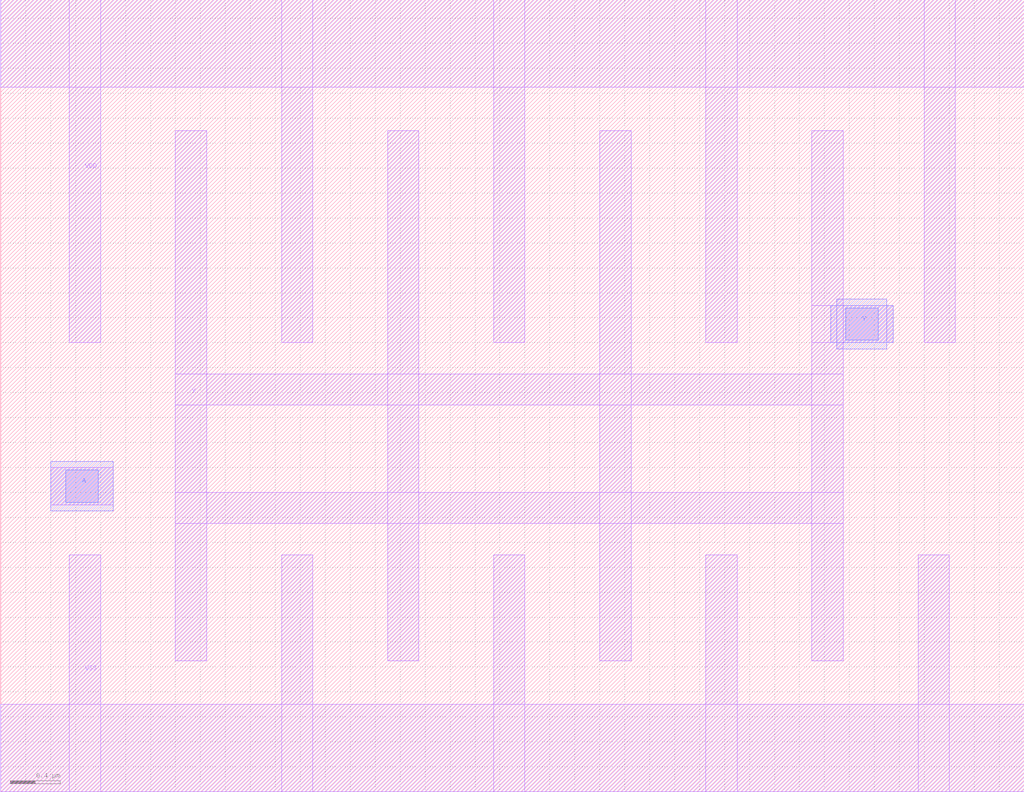
<source format=lef>
# Copyright 2022 Google LLC
# Licensed under the Apache License, Version 2.0 (the "License");
# you may not use this file except in compliance with the License.
# You may obtain a copy of the License at
#
#      http://www.apache.org/licenses/LICENSE-2.0
#
# Unless required by applicable law or agreed to in writing, software
# distributed under the License is distributed on an "AS IS" BASIS,
# WITHOUT WARRANTIES OR CONDITIONS OF ANY KIND, either express or implied.
# See the License for the specific language governing permissions and
# limitations under the License.
VERSION 5.7 ;
BUSBITCHARS "[]" ;
DIVIDERCHAR "/" ;

MACRO gf180mcu_osu_sc_gp9t3v3__clkinv_8
  CLASS CORE ;
  ORIGIN 0 0 ;
  FOREIGN gf180mcu_osu_sc_gp9t3v3__clkinv_8 0 0 ;
  SIZE 8.2 BY 6.35 ;
  SYMMETRY X Y ;
  SITE gf180mcu_osu_sc_gp9t3v3 ;
  PIN VDD
    DIRECTION INOUT ;
    USE POWER ;
    SHAPE ABUTMENT ;
    PORT
      LAYER Metal1 ;
        RECT 0 5.65 8.2 6.35 ;
        RECT 7.4 3.6 7.65 6.35 ;
        RECT 5.65 3.6 5.9 6.35 ;
        RECT 3.95 3.6 4.2 6.35 ;
        RECT 2.25 3.6 2.5 6.35 ;
        RECT 0.55 3.6 0.8 6.35 ;
    END
  END VDD
  PIN VSS
    DIRECTION INOUT ;
    USE GROUND ;
    SHAPE ABUTMENT ;
    PORT
      LAYER Metal1 ;
        RECT 0 0 8.2 0.7 ;
        RECT 7.35 0 7.6 1.9 ;
        RECT 5.65 0 5.9 1.9 ;
        RECT 3.95 0 4.2 1.9 ;
        RECT 2.25 0 2.5 1.9 ;
        RECT 0.55 0 0.8 1.9 ;
    END
  END VSS
  PIN A
    DIRECTION INPUT ;
    USE SIGNAL ;
    PORT
      LAYER Metal1 ;
        RECT 0.4 2.3 0.9 2.6 ;
      LAYER Metal2 ;
        RECT 0.4 2.25 0.9 2.65 ;
      LAYER Via1 ;
        RECT 0.52 2.32 0.78 2.58 ;
    END
  END A
  PIN Y
    DIRECTION OUTPUT ;
    USE SIGNAL ;
    PORT
      LAYER Metal1 ;
        RECT 6.5 3.6 7.15 3.9 ;
        RECT 6.5 1.05 6.75 5.3 ;
        RECT 1.4 3.1 6.75 3.35 ;
        RECT 1.4 2.15 6.75 2.4 ;
        RECT 4.8 1.05 5.05 5.3 ;
        RECT 3.1 1.05 3.35 5.3 ;
        RECT 1.4 1.05 1.65 5.3 ;
      LAYER Metal2 ;
        RECT 6.65 3.6 7.15 3.9 ;
        RECT 6.7 3.55 7.1 3.95 ;
      LAYER Via1 ;
        RECT 6.77 3.62 7.03 3.88 ;
    END
  END Y
END gf180mcu_osu_sc_gp9t3v3__clkinv_8

</source>
